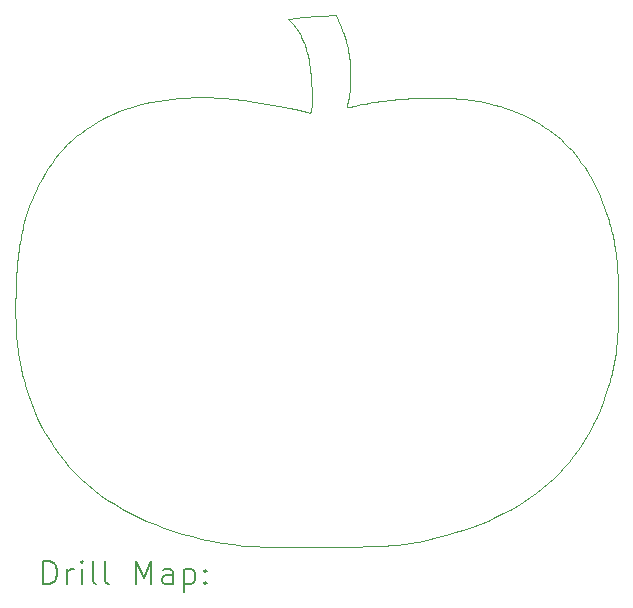
<source format=gbr>
%TF.GenerationSoftware,KiCad,Pcbnew,7.0.1-0*%
%TF.CreationDate,2023-08-23T15:25:18+02:00*%
%TF.ProjectId,pumpkin,70756d70-6b69-46e2-9e6b-696361645f70,rev?*%
%TF.SameCoordinates,Original*%
%TF.FileFunction,Drillmap*%
%TF.FilePolarity,Positive*%
%FSLAX45Y45*%
G04 Gerber Fmt 4.5, Leading zero omitted, Abs format (unit mm)*
G04 Created by KiCad (PCBNEW 7.0.1-0) date 2023-08-23 15:25:18*
%MOMM*%
%LPD*%
G01*
G04 APERTURE LIST*
%ADD10C,0.054000*%
%ADD11C,0.200000*%
G04 APERTURE END LIST*
D10*
X16954180Y-10475734D02*
X16931759Y-10539454D01*
X16907474Y-10601556D01*
X16881319Y-10662045D01*
X16853290Y-10720925D01*
X16823380Y-10778200D01*
X16791584Y-10833875D01*
X16757896Y-10887952D01*
X16722311Y-10940438D01*
X16684823Y-10991336D01*
X16645426Y-11040650D01*
X16604115Y-11088384D01*
X16560884Y-11134543D01*
X16515728Y-11179131D01*
X16468641Y-11222153D01*
X16419617Y-11263611D01*
X16368651Y-11303511D01*
X16315737Y-11341858D01*
X16260870Y-11378654D01*
X16204043Y-11413904D01*
X16145252Y-11447613D01*
X16084490Y-11479785D01*
X16021753Y-11510424D01*
X15957034Y-11539534D01*
X15890327Y-11567119D01*
X15821628Y-11593184D01*
X15750931Y-11617733D01*
X15678229Y-11640770D01*
X15603518Y-11662300D01*
X15526792Y-11682326D01*
X15448045Y-11700852D01*
X15367271Y-11717884D01*
X15284466Y-11733425D01*
X12181955Y-8645298D02*
X12208388Y-8599371D01*
X12236454Y-8554946D01*
X12266132Y-8512032D01*
X12297403Y-8470637D01*
X12330245Y-8430771D01*
X12364640Y-8392443D01*
X12400567Y-8355660D01*
X12438006Y-8320432D01*
X12476937Y-8286768D01*
X12517339Y-8254676D01*
X12559193Y-8224165D01*
X12602478Y-8195245D01*
X12647174Y-8167924D01*
X12693262Y-8142210D01*
X12740720Y-8118113D01*
X12789530Y-8095641D01*
X12839670Y-8074803D01*
X12891121Y-8055609D01*
X12943862Y-8038066D01*
X12997874Y-8022183D01*
X13053136Y-8007970D01*
X13109629Y-7995435D01*
X13167331Y-7984587D01*
X13226223Y-7975435D01*
X13286285Y-7967987D01*
X13347497Y-7962253D01*
X13409838Y-7958241D01*
X13473289Y-7955960D01*
X13537829Y-7955419D01*
X13603438Y-7956627D01*
X13670097Y-7959592D01*
X13737784Y-7964323D01*
X14706988Y-7340548D02*
X14712680Y-7353617D01*
X14718170Y-7366627D01*
X14723461Y-7379587D01*
X14728552Y-7392503D01*
X14733447Y-7405382D01*
X14738146Y-7418232D01*
X14742650Y-7431059D01*
X14746962Y-7443871D01*
X14751083Y-7456674D01*
X14755015Y-7469477D01*
X14758758Y-7482286D01*
X14762314Y-7495107D01*
X14765685Y-7507949D01*
X14768873Y-7520819D01*
X14771879Y-7533723D01*
X14774704Y-7546668D01*
X14777349Y-7559663D01*
X14779818Y-7572713D01*
X14782110Y-7585826D01*
X14784227Y-7599010D01*
X14786171Y-7612270D01*
X14787944Y-7625615D01*
X14789547Y-7639051D01*
X14790980Y-7652586D01*
X14792247Y-7666227D01*
X14793348Y-7679980D01*
X14794285Y-7693854D01*
X14795060Y-7707854D01*
X14795673Y-7721989D01*
X14796127Y-7736265D01*
X14796422Y-7750689D01*
X14796561Y-7765269D01*
X15915633Y-7995140D02*
X15965215Y-8006273D01*
X16013676Y-8018549D01*
X16061018Y-8031970D01*
X16107244Y-8046541D01*
X16152359Y-8062263D01*
X16196365Y-8079141D01*
X16239266Y-8097177D01*
X16281065Y-8116374D01*
X16321766Y-8136735D01*
X16361372Y-8158264D01*
X16399887Y-8180962D01*
X16437314Y-8204835D01*
X16473656Y-8229883D01*
X16508916Y-8256112D01*
X16543099Y-8283522D01*
X16576208Y-8312119D01*
X16608245Y-8341904D01*
X16639215Y-8372881D01*
X16669120Y-8405052D01*
X16697965Y-8438422D01*
X16725753Y-8472992D01*
X16752486Y-8508766D01*
X16778169Y-8545747D01*
X16802805Y-8583939D01*
X16826396Y-8623343D01*
X16848948Y-8663964D01*
X16870463Y-8705803D01*
X16890944Y-8748865D01*
X16910395Y-8793152D01*
X16928819Y-8838668D01*
X16946220Y-8885415D01*
X16962601Y-8933397D01*
X15284466Y-11733425D02*
X15273542Y-11735293D01*
X15262369Y-11737082D01*
X15250897Y-11738792D01*
X15239080Y-11740426D01*
X15226870Y-11741985D01*
X15214220Y-11743473D01*
X15201083Y-11744891D01*
X15187412Y-11746241D01*
X15173158Y-11747524D01*
X15158276Y-11748744D01*
X15142717Y-11749901D01*
X15126434Y-11750999D01*
X15109380Y-11752038D01*
X15091507Y-11753022D01*
X15072769Y-11753951D01*
X15053118Y-11754828D01*
X15032506Y-11755656D01*
X15010886Y-11756435D01*
X14988212Y-11757168D01*
X14964435Y-11757857D01*
X14939508Y-11758505D01*
X14913384Y-11759112D01*
X14886016Y-11759681D01*
X14857356Y-11760214D01*
X14827357Y-11760713D01*
X14795972Y-11761180D01*
X14763154Y-11761617D01*
X14728854Y-11762027D01*
X14693026Y-11762410D01*
X14655623Y-11762769D01*
X14616596Y-11763106D01*
X14575900Y-11763423D01*
X16962601Y-8933397D02*
X16969741Y-8955559D01*
X16976558Y-8977355D01*
X16983060Y-8998831D01*
X16989252Y-9020036D01*
X16995140Y-9041019D01*
X17000731Y-9061826D01*
X17006031Y-9082506D01*
X17011047Y-9103106D01*
X17015784Y-9123676D01*
X17020248Y-9144262D01*
X17024447Y-9164912D01*
X17028385Y-9185676D01*
X17032070Y-9206599D01*
X17035508Y-9227731D01*
X17038705Y-9249120D01*
X17041667Y-9270813D01*
X17044400Y-9292858D01*
X17046911Y-9315304D01*
X17049206Y-9338197D01*
X17051291Y-9361587D01*
X17053172Y-9385521D01*
X17054856Y-9410048D01*
X17056349Y-9435214D01*
X17057657Y-9461068D01*
X17058787Y-9487658D01*
X17059744Y-9515032D01*
X17060534Y-9543237D01*
X17061165Y-9572323D01*
X17061643Y-9602336D01*
X17061972Y-9633325D01*
X17062161Y-9665338D01*
X17062215Y-9698422D01*
X14767308Y-8038830D02*
X14772887Y-8039845D01*
X14778892Y-8039530D01*
X14784536Y-8038898D01*
X14791032Y-8037946D01*
X14798268Y-8036691D01*
X14806130Y-8035149D01*
X14811665Y-8033970D01*
X14817395Y-8032677D01*
X14823287Y-8031274D01*
X14829307Y-8029767D01*
X14832356Y-8028976D01*
X14549845Y-7265427D02*
X14670123Y-7257191D01*
X14670123Y-7257191D02*
X14706988Y-7340548D01*
X13737784Y-7964323D02*
X13754987Y-7965836D01*
X13773278Y-7967625D01*
X13792576Y-7969676D01*
X13812803Y-7971976D01*
X13833878Y-7974512D01*
X13855723Y-7977270D01*
X13878258Y-7980237D01*
X13901403Y-7983398D01*
X13925080Y-7986741D01*
X13949208Y-7990252D01*
X13973707Y-7993918D01*
X13998500Y-7997724D01*
X14023505Y-8001658D01*
X14048645Y-8005706D01*
X14073838Y-8009854D01*
X14099006Y-8014089D01*
X14124070Y-8018397D01*
X14148949Y-8022765D01*
X14173564Y-8027180D01*
X14197837Y-8031627D01*
X14221687Y-8036094D01*
X14245035Y-8040567D01*
X14267801Y-8045031D01*
X14289906Y-8049475D01*
X14311271Y-8053884D01*
X14331816Y-8058244D01*
X14351461Y-8062543D01*
X14370128Y-8066766D01*
X14387736Y-8070901D01*
X14404207Y-8074933D01*
X14419460Y-8078849D01*
X14433416Y-8082637D01*
X14433416Y-8082637D02*
X14439468Y-8084276D01*
X14444770Y-8085447D01*
X14451423Y-8085853D01*
X14456663Y-8083999D01*
X14460655Y-8079162D01*
X14462703Y-8073923D01*
X14464318Y-8066823D01*
X14465549Y-8057648D01*
X14466035Y-8052216D01*
X14466444Y-8046185D01*
X14466780Y-8039528D01*
X14467051Y-8032218D01*
X14467263Y-8024229D01*
X14467420Y-8015534D01*
X14467531Y-8006107D01*
X14467600Y-7995920D01*
X14467633Y-7984946D01*
X14467638Y-7973160D01*
X14467619Y-7960533D01*
X14467584Y-7947041D01*
X14467537Y-7932655D01*
X14796561Y-7765269D02*
X14796569Y-7772850D01*
X14796531Y-7780491D01*
X14796448Y-7788181D01*
X14796321Y-7795905D01*
X14796151Y-7803650D01*
X14795939Y-7811403D01*
X14795687Y-7819152D01*
X14795395Y-7826881D01*
X14795064Y-7834580D01*
X14794696Y-7842233D01*
X14794292Y-7849827D01*
X14793853Y-7857351D01*
X14793379Y-7864789D01*
X14792873Y-7872129D01*
X14792334Y-7879358D01*
X14791765Y-7886463D01*
X14791166Y-7893429D01*
X14790539Y-7900244D01*
X14789884Y-7906895D01*
X14789203Y-7913368D01*
X14788497Y-7919650D01*
X14787766Y-7925728D01*
X14787013Y-7931588D01*
X14786237Y-7937218D01*
X14785441Y-7942603D01*
X14783790Y-7952588D01*
X14782069Y-7961438D01*
X14780286Y-7969046D01*
X14779375Y-7972352D01*
X14467537Y-7932655D02*
X14467306Y-7906688D01*
X14466790Y-7881235D01*
X14465987Y-7856294D01*
X14464897Y-7831863D01*
X14463521Y-7807939D01*
X14461856Y-7784521D01*
X14459903Y-7761606D01*
X14457661Y-7739192D01*
X14455130Y-7717277D01*
X14452308Y-7695858D01*
X14449196Y-7674934D01*
X14445792Y-7654502D01*
X14442097Y-7634561D01*
X14438109Y-7615107D01*
X14433829Y-7596139D01*
X14429255Y-7577655D01*
X14424387Y-7559653D01*
X14419224Y-7542129D01*
X14413766Y-7525083D01*
X14408013Y-7508512D01*
X14401963Y-7492414D01*
X14395617Y-7476786D01*
X14388973Y-7461627D01*
X14382031Y-7446934D01*
X14374790Y-7432705D01*
X14367251Y-7418938D01*
X14359411Y-7405631D01*
X14351272Y-7392782D01*
X14342832Y-7380388D01*
X14334090Y-7368447D01*
X14325047Y-7356957D01*
X14315701Y-7345917D01*
X13890439Y-11752973D02*
X13798352Y-11740917D01*
X13708416Y-11726852D01*
X13620638Y-11710783D01*
X13535024Y-11692715D01*
X13451582Y-11672653D01*
X13370317Y-11650601D01*
X13291236Y-11626564D01*
X13214347Y-11600548D01*
X13139655Y-11572557D01*
X13067166Y-11542595D01*
X12996889Y-11510669D01*
X12928829Y-11476782D01*
X12862992Y-11440939D01*
X12799386Y-11403146D01*
X12738017Y-11363406D01*
X12678891Y-11321726D01*
X12622015Y-11278109D01*
X12567396Y-11232561D01*
X12515041Y-11185086D01*
X12464955Y-11135690D01*
X12417146Y-11084377D01*
X12371619Y-11031151D01*
X12328383Y-10976019D01*
X12287442Y-10918984D01*
X12248804Y-10860052D01*
X12212476Y-10799227D01*
X12178464Y-10736514D01*
X12146774Y-10671918D01*
X12117413Y-10605444D01*
X12090388Y-10537097D01*
X12065705Y-10466881D01*
X12043371Y-10394802D01*
X14832356Y-8028976D02*
X14859822Y-8022112D01*
X14888597Y-8015595D01*
X14918590Y-8009427D01*
X14949712Y-8003612D01*
X14981873Y-7998151D01*
X15014983Y-7993049D01*
X15048953Y-7988307D01*
X15083694Y-7983928D01*
X15119115Y-7979916D01*
X15155128Y-7976272D01*
X15191642Y-7973001D01*
X15228568Y-7970104D01*
X15265816Y-7967584D01*
X15303298Y-7965445D01*
X15340922Y-7963689D01*
X15378600Y-7962318D01*
X15416242Y-7961336D01*
X15453759Y-7960745D01*
X15491060Y-7960549D01*
X15528057Y-7960750D01*
X15564659Y-7961350D01*
X15600777Y-7962353D01*
X15636322Y-7963761D01*
X15671204Y-7965578D01*
X15705332Y-7967805D01*
X15738619Y-7970447D01*
X15770974Y-7973504D01*
X15802307Y-7976982D01*
X15832529Y-7980881D01*
X15861550Y-7985206D01*
X15889282Y-7989958D01*
X15915633Y-7995140D01*
X17062215Y-9698422D02*
X17062142Y-9732331D01*
X17061943Y-9764994D01*
X17061609Y-9796476D01*
X17061131Y-9826838D01*
X17060500Y-9856142D01*
X17059709Y-9884451D01*
X17058748Y-9911827D01*
X17057609Y-9938334D01*
X17056283Y-9964032D01*
X17054760Y-9988985D01*
X17053034Y-10013256D01*
X17051094Y-10036905D01*
X17048933Y-10059997D01*
X17046541Y-10082593D01*
X17043910Y-10104756D01*
X17041031Y-10126548D01*
X17037895Y-10148032D01*
X17034495Y-10169269D01*
X17030820Y-10190324D01*
X17026863Y-10211257D01*
X17022615Y-10232131D01*
X17018067Y-10253010D01*
X17013210Y-10273954D01*
X17008036Y-10295027D01*
X17002536Y-10316292D01*
X16996701Y-10337809D01*
X16990523Y-10359643D01*
X16983993Y-10381855D01*
X16977103Y-10404507D01*
X16969843Y-10427663D01*
X16962205Y-10451385D01*
X16954180Y-10475734D01*
X14779375Y-7972352D02*
X14777592Y-7978570D01*
X14775917Y-7984672D01*
X14774356Y-7990624D01*
X14772917Y-7996391D01*
X14771604Y-8001941D01*
X14770424Y-8007238D01*
X14768918Y-8014635D01*
X14767746Y-8021274D01*
X14766928Y-8027037D01*
X14766427Y-8033163D01*
X14767308Y-8038830D01*
X14348136Y-7281888D02*
X14357055Y-7281008D01*
X14366948Y-7280068D01*
X14377712Y-7279077D01*
X14383389Y-7278566D01*
X14389244Y-7278044D01*
X14395265Y-7277515D01*
X14401440Y-7276978D01*
X14407754Y-7276434D01*
X14414196Y-7275886D01*
X14420752Y-7275333D01*
X14427410Y-7274777D01*
X14434156Y-7274219D01*
X14440977Y-7273659D01*
X14447862Y-7273100D01*
X14454795Y-7272542D01*
X14461766Y-7271986D01*
X14468760Y-7271433D01*
X14475765Y-7270884D01*
X14482769Y-7270340D01*
X14489757Y-7269803D01*
X14496717Y-7269273D01*
X14503637Y-7268752D01*
X14510502Y-7268240D01*
X14517301Y-7267739D01*
X14524021Y-7267249D01*
X14530648Y-7266772D01*
X14537169Y-7266308D01*
X14543573Y-7265859D01*
X14549845Y-7265427D01*
X14315701Y-7345917D02*
X14266706Y-7290114D01*
X14575900Y-11763423D02*
X14546919Y-11763618D01*
X14517987Y-11763772D01*
X14489148Y-11763887D01*
X14460444Y-11763962D01*
X14431921Y-11763999D01*
X14403622Y-11763999D01*
X14375591Y-11763962D01*
X14347872Y-11763888D01*
X14320509Y-11763779D01*
X14293546Y-11763635D01*
X14267027Y-11763456D01*
X14240996Y-11763244D01*
X14215496Y-11762999D01*
X14190571Y-11762721D01*
X14166267Y-11762412D01*
X14142625Y-11762072D01*
X14119691Y-11761702D01*
X14097509Y-11761302D01*
X14076121Y-11760874D01*
X14055573Y-11760417D01*
X14035908Y-11759932D01*
X14017170Y-11759421D01*
X13999403Y-11758883D01*
X13982650Y-11758320D01*
X13966957Y-11757732D01*
X13952366Y-11757119D01*
X13938922Y-11756483D01*
X13926669Y-11755824D01*
X13915650Y-11755143D01*
X13905909Y-11754440D01*
X13897491Y-11753717D01*
X13890439Y-11752973D01*
X11962000Y-9606000D02*
X11963248Y-9566390D01*
X11964788Y-9527709D01*
X11966627Y-9489926D01*
X11968772Y-9453009D01*
X11971230Y-9416927D01*
X11974009Y-9381650D01*
X11977115Y-9347147D01*
X11980556Y-9313386D01*
X11984338Y-9280337D01*
X11988470Y-9247968D01*
X11992957Y-9216249D01*
X11997807Y-9185148D01*
X12003027Y-9154635D01*
X12008624Y-9124678D01*
X12014606Y-9095247D01*
X12020978Y-9066310D01*
X12027750Y-9037838D01*
X12034926Y-9009797D01*
X12042516Y-8982158D01*
X12050525Y-8954890D01*
X12058961Y-8927962D01*
X12067831Y-8901342D01*
X12077141Y-8875000D01*
X12086900Y-8848904D01*
X12097114Y-8823024D01*
X12107791Y-8797329D01*
X12118937Y-8771787D01*
X12130559Y-8746368D01*
X12142665Y-8721040D01*
X12155262Y-8695774D01*
X12168356Y-8670537D01*
X12181955Y-8645298D01*
X14266706Y-7290114D02*
X14348136Y-7281888D01*
X12043371Y-10394802D02*
X12036965Y-10372309D01*
X12030842Y-10350003D01*
X12024999Y-10327851D01*
X12019431Y-10305821D01*
X12014137Y-10283879D01*
X12009112Y-10261994D01*
X12004352Y-10240133D01*
X11999856Y-10218263D01*
X11995619Y-10196352D01*
X11991637Y-10174366D01*
X11987909Y-10152274D01*
X11984429Y-10130043D01*
X11981196Y-10107640D01*
X11978205Y-10085033D01*
X11975453Y-10062189D01*
X11972937Y-10039075D01*
X11970653Y-10015659D01*
X11968598Y-9991908D01*
X11966769Y-9967790D01*
X11965162Y-9943272D01*
X11963775Y-9918322D01*
X11962603Y-9892906D01*
X11961643Y-9866993D01*
X11960892Y-9840550D01*
X11960346Y-9813543D01*
X11960003Y-9785941D01*
X11959858Y-9757711D01*
X11959909Y-9728821D01*
X11960152Y-9699237D01*
X11960584Y-9668927D01*
X11961201Y-9637859D01*
X11962000Y-9606000D01*
D11*
X12197438Y-12080939D02*
X12197438Y-11880939D01*
X12197438Y-11880939D02*
X12245057Y-11880939D01*
X12245057Y-11880939D02*
X12273628Y-11890463D01*
X12273628Y-11890463D02*
X12292676Y-11909511D01*
X12292676Y-11909511D02*
X12302200Y-11928558D01*
X12302200Y-11928558D02*
X12311724Y-11966654D01*
X12311724Y-11966654D02*
X12311724Y-11995225D01*
X12311724Y-11995225D02*
X12302200Y-12033320D01*
X12302200Y-12033320D02*
X12292676Y-12052368D01*
X12292676Y-12052368D02*
X12273628Y-12071416D01*
X12273628Y-12071416D02*
X12245057Y-12080939D01*
X12245057Y-12080939D02*
X12197438Y-12080939D01*
X12397438Y-12080939D02*
X12397438Y-11947606D01*
X12397438Y-11985701D02*
X12406962Y-11966654D01*
X12406962Y-11966654D02*
X12416485Y-11957130D01*
X12416485Y-11957130D02*
X12435533Y-11947606D01*
X12435533Y-11947606D02*
X12454581Y-11947606D01*
X12521247Y-12080939D02*
X12521247Y-11947606D01*
X12521247Y-11880939D02*
X12511724Y-11890463D01*
X12511724Y-11890463D02*
X12521247Y-11899987D01*
X12521247Y-11899987D02*
X12530771Y-11890463D01*
X12530771Y-11890463D02*
X12521247Y-11880939D01*
X12521247Y-11880939D02*
X12521247Y-11899987D01*
X12645057Y-12080939D02*
X12626009Y-12071416D01*
X12626009Y-12071416D02*
X12616485Y-12052368D01*
X12616485Y-12052368D02*
X12616485Y-11880939D01*
X12749819Y-12080939D02*
X12730771Y-12071416D01*
X12730771Y-12071416D02*
X12721247Y-12052368D01*
X12721247Y-12052368D02*
X12721247Y-11880939D01*
X12978390Y-12080939D02*
X12978390Y-11880939D01*
X12978390Y-11880939D02*
X13045057Y-12023797D01*
X13045057Y-12023797D02*
X13111724Y-11880939D01*
X13111724Y-11880939D02*
X13111724Y-12080939D01*
X13292676Y-12080939D02*
X13292676Y-11976178D01*
X13292676Y-11976178D02*
X13283152Y-11957130D01*
X13283152Y-11957130D02*
X13264105Y-11947606D01*
X13264105Y-11947606D02*
X13226009Y-11947606D01*
X13226009Y-11947606D02*
X13206962Y-11957130D01*
X13292676Y-12071416D02*
X13273628Y-12080939D01*
X13273628Y-12080939D02*
X13226009Y-12080939D01*
X13226009Y-12080939D02*
X13206962Y-12071416D01*
X13206962Y-12071416D02*
X13197438Y-12052368D01*
X13197438Y-12052368D02*
X13197438Y-12033320D01*
X13197438Y-12033320D02*
X13206962Y-12014273D01*
X13206962Y-12014273D02*
X13226009Y-12004749D01*
X13226009Y-12004749D02*
X13273628Y-12004749D01*
X13273628Y-12004749D02*
X13292676Y-11995225D01*
X13387914Y-11947606D02*
X13387914Y-12147606D01*
X13387914Y-11957130D02*
X13406962Y-11947606D01*
X13406962Y-11947606D02*
X13445057Y-11947606D01*
X13445057Y-11947606D02*
X13464105Y-11957130D01*
X13464105Y-11957130D02*
X13473628Y-11966654D01*
X13473628Y-11966654D02*
X13483152Y-11985701D01*
X13483152Y-11985701D02*
X13483152Y-12042844D01*
X13483152Y-12042844D02*
X13473628Y-12061892D01*
X13473628Y-12061892D02*
X13464105Y-12071416D01*
X13464105Y-12071416D02*
X13445057Y-12080939D01*
X13445057Y-12080939D02*
X13406962Y-12080939D01*
X13406962Y-12080939D02*
X13387914Y-12071416D01*
X13568866Y-12061892D02*
X13578390Y-12071416D01*
X13578390Y-12071416D02*
X13568866Y-12080939D01*
X13568866Y-12080939D02*
X13559343Y-12071416D01*
X13559343Y-12071416D02*
X13568866Y-12061892D01*
X13568866Y-12061892D02*
X13568866Y-12080939D01*
X13568866Y-11957130D02*
X13578390Y-11966654D01*
X13578390Y-11966654D02*
X13568866Y-11976178D01*
X13568866Y-11976178D02*
X13559343Y-11966654D01*
X13559343Y-11966654D02*
X13568866Y-11957130D01*
X13568866Y-11957130D02*
X13568866Y-11976178D01*
M02*

</source>
